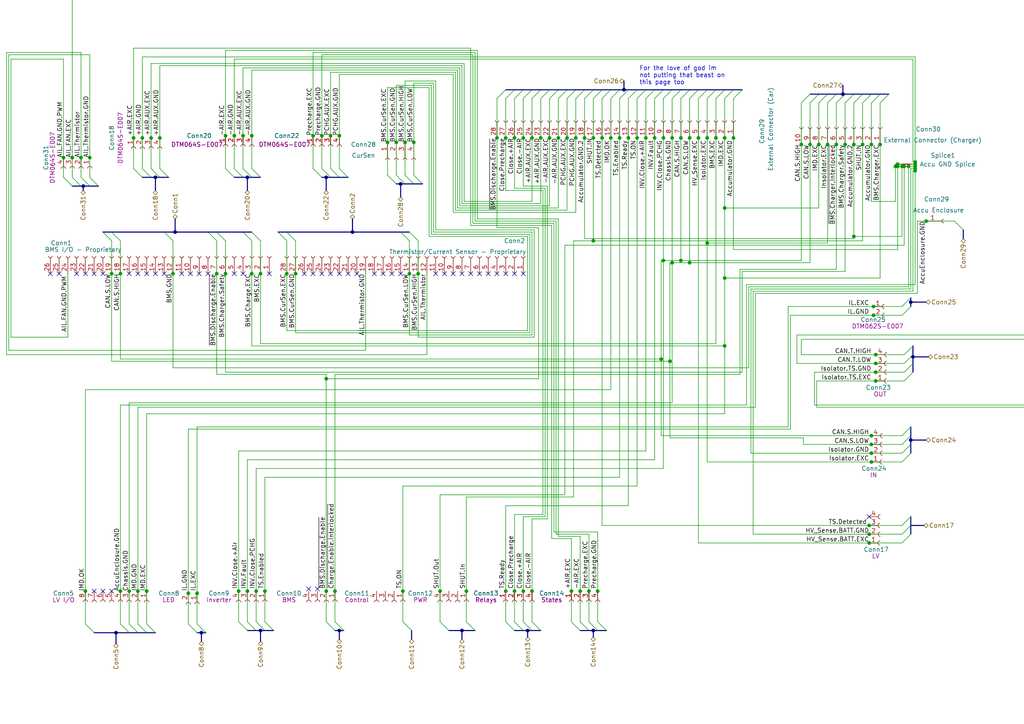
<source format=kicad_sch>
(kicad_sch (version 20230121) (generator eeschema)
  (paper "A4")
  (title_block (title "Accu Loom") (date "2023-11-08") (rev "1.0.0") (company "SUFST") (comment 1 "Stag X") (comment 2 "Marek Frodyma") (comment 4 "24-E04-401"))
  (junction (at 34.925 79.375))
  (junction (at 65.405 39.37))
  (junction (at 151.765 40.005))
  (junction (at 67.945 39.37))
  (junction (at 264.16 127.635))
  (junction (at 43.815 40.005))
  (junction (at 161.925 40.005))
  (junction (at 98.425 39.37))
  (junction (at 169.545 40.005))
  (junction (at 245.11 41.91))
  (junction (at 151.765 171.45))
  (junction (at 58.42 183.515))
  (junction (at 90.805 39.37))
  (junction (at 65.405 79.375))
  (junction (at 179.705 40.005))
  (junction (at 34.925 171.45))
  (junction (at 71.755 51.435))
  (junction (at 252.73 126.365))
  (junction (at 114.935 41.275))
  (junction (at 252.095 154.94))
  (junction (at 102.235 67.31))
  (junction (at 254 107.95))
  (junction (at 192.405 75.565))
  (junction (at 253.365 88.9))
  (junction (at 20.955 45.72))
  (junction (at 262.255 48.26))
  (junction (at 205.105 70.485))
  (junction (at 76.835 171.45))
  (junction (at 62.865 79.375))
  (junction (at 255.27 41.91))
  (junction (at 247.65 68.58))
  (junction (at 200.025 40.005))
  (junction (at 149.225 40.005))
  (junction (at 116.84 171.45))
  (junction (at 85.725 79.375))
  (junction (at 154.305 40.005))
  (junction (at 191.77 104.14))
  (junction (at 265.43 46.99))
  (junction (at 177.165 40.005))
  (junction (at 237.49 41.91))
  (junction (at 259.715 48.26))
  (junction (at 212.725 40.005))
  (junction (at 264.16 87.63))
  (junction (at 94.615 109.855))
  (junction (at 187.325 40.005))
  (junction (at 194.945 40.005))
  (junction (at 94.615 171.45))
  (junction (at 253.365 91.44))
  (junction (at 133.985 182.88))
  (junction (at 69.215 171.45))
  (junction (at 172.085 40.005))
  (junction (at 197.485 75.565))
  (junction (at 50.8 67.31))
  (junction (at 252.73 128.905))
  (junction (at 202.565 40.005))
  (junction (at 207.645 40.005))
  (junction (at 252.73 133.985))
  (junction (at 168.275 171.45))
  (junction (at 252.095 152.4))
  (junction (at 94.615 51.435))
  (junction (at 40.005 171.45))
  (junction (at 154.305 171.45))
  (junction (at 254 102.87))
  (junction (at 118.745 79.375))
  (junction (at 112.395 41.275))
  (junction (at 37.465 171.45))
  (junction (at 95.885 39.37))
  (junction (at 75.565 182.88))
  (junction (at 156.845 40.005))
  (junction (at 200.025 76.2))
  (junction (at 234.95 41.91))
  (junction (at 180.975 26.035))
  (junction (at 174.625 40.005))
  (junction (at 261.62 48.26))
  (junction (at 167.005 40.005))
  (junction (at 250.19 41.91))
  (junction (at 83.185 79.375))
  (junction (at 260.35 48.26))
  (junction (at 144.145 40.005))
  (junction (at 240.03 41.91))
  (junction (at 26.035 45.72))
  (junction (at 172.085 69.85))
  (junction (at 24.765 171.45))
  (junction (at 265.43 47.625))
  (junction (at 254 105.41))
  (junction (at 182.245 40.005))
  (junction (at 146.685 40.005))
  (junction (at 194.31 104.775))
  (junction (at 32.385 79.375))
  (junction (at 159.385 40.005))
  (junction (at 265.43 49.53))
  (junction (at 42.545 171.45))
  (junction (at 232.41 41.91))
  (junction (at 252.095 157.48))
  (junction (at 205.105 40.005))
  (junction (at 57.15 172.085))
  (junction (at 192.405 40.005))
  (junction (at 244.475 27.305))
  (junction (at 263.525 48.26))
  (junction (at 116.205 53.34))
  (junction (at 264.795 103.505))
  (junction (at 254 110.49))
  (junction (at 33.655 183.515))
  (junction (at 46.355 40.005))
  (junction (at 260.35 47.625))
  (junction (at 121.285 79.375))
  (junction (at 70.485 39.37))
  (junction (at 210.185 40.005))
  (junction (at 23.495 45.72))
  (junction (at 173.355 171.45))
  (junction (at 242.57 41.91))
  (junction (at 73.025 79.375))
  (junction (at 252.73 131.445))
  (junction (at 268.605 64.135))
  (junction (at 265.43 48.895))
  (junction (at 172.085 182.88))
  (junction (at 170.815 171.45))
  (junction (at 98.425 182.88))
  (junction (at 73.025 39.37))
  (junction (at 18.415 45.72))
  (junction (at 210.185 100.33))
  (junction (at 194.945 76.2))
  (junction (at 165.735 171.45))
  (junction (at 146.685 171.45))
  (junction (at 45.085 51.435))
  (junction (at 120.015 41.275))
  (junction (at 93.345 39.37))
  (junction (at 127.635 171.45))
  (junction (at 75.565 79.375))
  (junction (at 210.185 60.325))
  (junction (at 265.43 48.26))
  (junction (at 164.465 40.005))
  (junction (at 71.755 171.45))
  (junction (at 50.165 79.375))
  (junction (at 54.61 172.085))
  (junction (at 149.225 171.45))
  (junction (at 153.035 182.88))
  (junction (at 197.485 40.005))
  (junction (at 184.785 40.005))
  (junction (at 210.185 80.645))
  (junction (at 38.735 40.005))
  (junction (at 74.295 171.45))
  (junction (at 189.865 40.005))
  (junction (at 41.275 40.005))
  (junction (at 117.475 41.275))
  (junction (at 135.255 171.45))
  (junction (at 97.155 171.45))
  (junction (at 252.73 41.91))
  (junction (at 24.13 53.975))
  (junction (at 247.65 41.91))
  (no_connect (at 29.845 171.45))
  (no_connect (at 60.325 79.375))
  (no_connect (at 17.145 79.375))
  (no_connect (at 149.225 79.375))
  (no_connect (at 139.065 79.375))
  (no_connect (at 47.625 79.375))
  (no_connect (at 42.545 79.375))
  (no_connect (at 126.365 79.375))
  (no_connect (at 57.785 79.375))
  (no_connect (at 108.585 79.375))
  (no_connect (at 131.445 79.375))
  (no_connect (at 92.075 170.815))
  (no_connect (at 133.985 79.375))
  (no_connect (at 78.105 79.375))
  (no_connect (at 55.245 79.375))
  (no_connect (at 128.905 79.375))
  (no_connect (at 93.345 79.375))
  (no_connect (at 27.305 171.45))
  (no_connect (at 100.965 79.375))
  (no_connect (at 103.505 79.375))
  (no_connect (at 136.525 79.375))
  (no_connect (at 52.705 79.375))
  (no_connect (at 252.095 149.86))
  (no_connect (at 70.485 79.375))
  (no_connect (at 37.465 79.375))
  (no_connect (at 14.605 79.375))
  (no_connect (at 22.225 79.375))
  (no_connect (at 67.945 79.375))
  (no_connect (at 146.685 79.375))
  (no_connect (at 90.805 79.375))
  (no_connect (at 116.205 79.375))
  (no_connect (at 89.535 170.815))
  (no_connect (at 113.665 79.375))
  (no_connect (at 45.085 79.375))
  (no_connect (at 27.305 79.375))
  (no_connect (at 95.885 79.375))
  (no_connect (at 111.125 79.375))
  (no_connect (at 141.605 79.375))
  (no_connect (at 98.425 79.375))
  (no_connect (at 29.845 79.375))
  (no_connect (at 24.765 79.375))
  (no_connect (at 151.765 79.375))
  (no_connect (at 88.265 79.375))
  (no_connect (at 144.145 79.375))
  (no_connect (at 40.005 79.375))
  (no_connect (at 32.385 171.45))
  (bus_entry (at 34.925 69.85) (size -2.54 -2.54))
  (bus_entry (at 144.145 28.575) (size 2.54 -2.54))
  (bus_entry (at 197.485 28.575) (size 2.54 -2.54))
  (bus_entry (at 261.62 152.4) (size 2.54 -2.54))
  (bus_entry (at 242.57 29.845) (size 2.54 -2.54))
  (bus_entry (at 261.62 91.44) (size 2.54 -2.54))
  (bus_entry (at 67.945 48.895) (size 2.54 2.54))
  (bus_entry (at 43.815 48.895) (size 2.54 2.54))
  (bus_entry (at 98.425 48.895) (size 2.54 2.54))
  (bus_entry (at 189.865 28.575) (size 2.54 -2.54))
  (bus_entry (at 23.495 51.435) (size 2.54 2.54))
  (bus_entry (at 112.395 50.8) (size 2.54 2.54))
  (bus_entry (at 247.65 29.845) (size 2.54 -2.54))
  (bus_entry (at 71.755 180.34) (size 2.54 2.54))
  (bus_entry (at 37.465 180.975) (size 2.54 2.54))
  (bus_entry (at 262.255 102.87) (size 2.54 -2.54))
  (bus_entry (at 159.385 28.575) (size 2.54 -2.54))
  (bus_entry (at 97.155 180.34) (size 2.54 2.54))
  (bus_entry (at 172.085 28.575) (size 2.54 -2.54))
  (bus_entry (at 65.405 48.895) (size 2.54 2.54))
  (bus_entry (at 154.305 180.34) (size 2.54 2.54))
  (bus_entry (at 261.62 131.445) (size 2.54 -2.54))
  (bus_entry (at 83.185 69.85) (size -2.54 -2.54))
  (bus_entry (at 184.785 28.575) (size 2.54 -2.54))
  (bus_entry (at 276.86 64.135) (size 2.54 2.54))
  (bus_entry (at 135.255 180.34) (size 2.54 2.54))
  (bus_entry (at 70.485 48.895) (size 2.54 2.54))
  (bus_entry (at 18.415 51.435) (size 2.54 2.54))
  (bus_entry (at 75.565 69.85) (size -2.54 -2.54))
  (bus_entry (at 120.015 50.8) (size 2.54 2.54))
  (bus_entry (at 62.865 69.85) (size -2.54 -2.54))
  (bus_entry (at 262.255 105.41) (size 2.54 -2.54))
  (bus_entry (at 205.105 28.575) (size 2.54 -2.54))
  (bus_entry (at 32.385 69.85) (size -2.54 -2.54))
  (bus_entry (at 34.925 180.975) (size 2.54 2.54))
  (bus_entry (at 240.03 29.845) (size 2.54 -2.54))
  (bus_entry (at 118.745 69.85) (size -2.54 -2.54))
  (bus_entry (at 54.61 180.975) (size 2.54 2.54))
  (bus_entry (at 73.025 48.895) (size 2.54 2.54))
  (bus_entry (at 194.945 28.575) (size 2.54 -2.54))
  (bus_entry (at 95.885 48.895) (size 2.54 2.54))
  (bus_entry (at 38.735 48.895) (size 2.54 2.54))
  (bus_entry (at 42.545 180.975) (size 2.54 2.54))
  (bus_entry (at 261.62 88.9) (size 2.54 -2.54))
  (bus_entry (at 182.245 28.575) (size 2.54 -2.54))
  (bus_entry (at 154.305 28.575) (size 2.54 -2.54))
  (bus_entry (at 165.735 180.34) (size 2.54 2.54))
  (bus_entry (at 261.62 126.365) (size 2.54 -2.54))
  (bus_entry (at 149.225 28.575) (size 2.54 -2.54))
  (bus_entry (at 151.765 28.575) (size 2.54 -2.54))
  (bus_entry (at 93.345 48.895) (size 2.54 2.54))
  (bus_entry (at 149.225 180.34) (size 2.54 2.54))
  (bus_entry (at 207.645 28.575) (size 2.54 -2.54))
  (bus_entry (at 210.185 28.575) (size 2.54 -2.54))
  (bus_entry (at 173.355 180.34) (size 2.54 2.54))
  (bus_entry (at 151.765 180.34) (size 2.54 2.54))
  (bus_entry (at 261.62 154.94) (size 2.54 -2.54))
  (bus_entry (at 74.295 180.34) (size 2.54 2.54))
  (bus_entry (at 255.27 29.845) (size 2.54 -2.54))
  (bus_entry (at 174.625 28.575) (size 2.54 -2.54))
  (bus_entry (at 261.62 133.985) (size 2.54 -2.54))
  (bus_entry (at 41.275 48.895) (size 2.54 2.54))
  (bus_entry (at 85.725 69.85) (size -2.54 -2.54))
  (bus_entry (at 26.035 51.435) (size 2.54 2.54))
  (bus_entry (at 146.685 180.34) (size 2.54 2.54))
  (bus_entry (at 200.025 28.575) (size 2.54 -2.54))
  (bus_entry (at 50.165 69.85) (size -2.54 -2.54))
  (bus_entry (at 202.565 28.575) (size 2.54 -2.54))
  (bus_entry (at 261.62 128.905) (size 2.54 -2.54))
  (bus_entry (at 69.215 180.34) (size 2.54 2.54))
  (bus_entry (at 146.685 28.575) (size 2.54 -2.54))
  (bus_entry (at 232.41 29.845) (size 2.54 -2.54))
  (bus_entry (at 167.005 28.575) (size 2.54 -2.54))
  (bus_entry (at 24.765 180.975) (size 2.54 2.54))
  (bus_entry (at 212.725 28.575) (size 2.54 -2.54))
  (bus_entry (at 127.635 180.34) (size 2.54 2.54))
  (bus_entry (at 121.285 69.85) (size -2.54 -2.54))
  (bus_entry (at 250.19 29.845) (size 2.54 -2.54))
  (bus_entry (at 177.165 28.575) (size 2.54 -2.54))
  (bus_entry (at 192.405 28.575) (size 2.54 -2.54))
  (bus_entry (at 187.325 28.575) (size 2.54 -2.54))
  (bus_entry (at 161.925 28.575) (size 2.54 -2.54))
  (bus_entry (at 234.95 29.845) (size 2.54 -2.54))
  (bus_entry (at 76.835 180.34) (size 2.54 2.54))
  (bus_entry (at 179.705 28.575) (size 2.54 -2.54))
  (bus_entry (at 65.405 69.85) (size -2.54 -2.54))
  (bus_entry (at 245.11 29.845) (size 2.54 -2.54))
  (bus_entry (at 156.845 28.575) (size 2.54 -2.54))
  (bus_entry (at 20.955 51.435) (size 2.54 2.54))
  (bus_entry (at 46.355 48.895) (size 2.54 2.54))
  (bus_entry (at 114.935 50.8) (size 2.54 2.54))
  (bus_entry (at 90.805 48.895) (size 2.54 2.54))
  (bus_entry (at 94.615 180.34) (size 2.54 2.54))
  (bus_entry (at 116.84 180.34) (size 2.54 2.54))
  (bus_entry (at 117.475 50.8) (size 2.54 2.54))
  (bus_entry (at 262.255 107.95) (size 2.54 -2.54))
  (bus_entry (at 168.275 180.34) (size 2.54 2.54))
  (bus_entry (at 261.62 157.48) (size 2.54 -2.54))
  (bus_entry (at 237.49 29.845) (size 2.54 -2.54))
  (bus_entry (at 169.545 28.575) (size 2.54 -2.54))
  (bus_entry (at 164.465 28.575) (size 2.54 -2.54))
  (bus_entry (at 170.815 180.34) (size 2.54 2.54))
  (bus_entry (at 73.025 69.85) (size -2.54 -2.54))
  (bus_entry (at 57.15 180.975) (size 2.54 2.54))
  (bus_entry (at 262.255 110.49) (size 2.54 -2.54))
  (bus_entry (at 252.73 29.845) (size 2.54 -2.54))
  (bus_entry (at 40.005 180.975) (size 2.54 2.54))
  (wire (pts (xy 247.65 68.58) (xy 247.65 69.215)))
  (wire (pts (xy 149.225 54.61) (xy 158.115 54.61)))
  (wire (pts (xy 212.725 40.005) (xy 212.725 72.39)))
  (wire (pts (xy 132.08 60.96) (xy 164.465 60.96)))
  (wire (pts (xy 259.715 48.26) (xy 260.35 48.26)))
  (bus (pts (xy 192.405 26.035) (xy 194.945 26.035)))
  (wire (pts (xy 237.49 29.845) (xy 237.49 41.91)))
  (bus (pts (xy 47.625 67.31) (xy 50.8 67.31)))
  (bus (pts (xy 93.345 51.435) (xy 94.615 51.435)))
  (wire (pts (xy 95.885 20.955) (xy 132.08 20.955)))
  (bus (pts (xy 33.655 183.515) (xy 37.465 183.515)))
  (wire (pts (xy 264.795 17.145) (xy 264.795 46.99)))
  (wire (pts (xy 135.255 171.45) (xy 135.255 180.34)))
  (wire (pts (xy 118.745 97.155) (xy 154.305 97.155)))
  (wire (pts (xy 200.025 28.575) (xy 200.025 40.005)))
  (wire (pts (xy 114.935 24.765) (xy 114.935 41.275)))
  (wire (pts (xy 57.15 123.825) (xy 57.15 172.085)))
  (bus (pts (xy 26.035 53.975) (xy 28.575 53.975)))
  (bus (pts (xy 58.42 183.515) (xy 59.69 183.515)))
  (wire (pts (xy 20.955 -8.89) (xy 20.955 45.72)))
  (wire (pts (xy 228.6 123.825) (xy 57.15 123.825)))
  (wire (pts (xy 23.495 45.72) (xy 23.495 51.435)))
  (bus (pts (xy 247.65 27.305) (xy 250.19 27.305)))
  (bus (pts (xy 264.16 126.365) (xy 264.16 127.635)))
  (wire (pts (xy 245.11 41.91) (xy 245.11 78.74)))
  (wire (pts (xy 151.765 53.975) (xy 151.765 40.005)))
  (bus (pts (xy 264.16 86.36) (xy 264.16 87.63)))
  (wire (pts (xy 169.545 40.005) (xy 169.545 69.215)))
  (wire (pts (xy 158.75 150.495) (xy 158.75 53.975)))
  (wire (pts (xy 154.305 150.495) (xy 154.305 171.45)))
  (bus (pts (xy 74.295 182.88) (xy 75.565 182.88)))
  (wire (pts (xy 265.43 46.99) (xy 265.43 47.625)))
  (bus (pts (xy 172.085 26.035) (xy 174.625 26.035)))
  (bus (pts (xy 71.755 51.435) (xy 71.755 55.245)))
  (bus (pts (xy 32.385 67.31) (xy 47.625 67.31)))
  (wire (pts (xy 231.14 105.41) (xy 254 105.41)))
  (wire (pts (xy 123.825 79.375) (xy 123.825 102.87)))
  (wire (pts (xy 232.41 29.845) (xy 232.41 41.91)))
  (wire (pts (xy 192.405 40.005) (xy 192.405 75.565)))
  (wire (pts (xy 154.94 66.675) (xy 126.365 66.675)))
  (wire (pts (xy 20.955 45.72) (xy 20.955 51.435)))
  (wire (pts (xy 259.715 47.625) (xy 260.35 47.625)))
  (wire (pts (xy 218.44 154.94) (xy 252.095 154.94)))
  (wire (pts (xy 234.95 41.91) (xy 234.95 76.2)))
  (wire (pts (xy 200.025 40.005) (xy 200.025 76.2)))
  (wire (pts (xy 233.045 128.905) (xy 252.73 128.905)))
  (wire (pts (xy 191.77 126.365) (xy 252.73 126.365)))
  (wire (pts (xy 232.41 41.91) (xy 232.41 75.565)))
  (wire (pts (xy 69.215 171.45) (xy 69.215 180.34)))
  (wire (pts (xy 117.475 41.275) (xy 117.475 50.8)))
  (wire (pts (xy 212.725 72.39) (xy 260.35 72.39)))
  (wire (pts (xy 121.285 97.79) (xy 154.94 97.79)))
  (wire (pts (xy 76.835 171.45) (xy 76.835 180.34)))
  (wire (pts (xy 177.165 40.005) (xy 177.165 113.03)))
  (wire (pts (xy 156.845 40.005) (xy 156.845 59.055)))
  (wire (pts (xy 132.715 60.325) (xy 161.925 60.325)))
  (wire (pts (xy 75.565 79.375) (xy 75.565 99.695)))
  (bus (pts (xy 164.465 26.035) (xy 167.005 26.035)))
  (wire (pts (xy 231.14 105.41) (xy 231.14 97.155)))
  (wire (pts (xy 98.425 21.59) (xy 98.425 39.37)))
  (wire (pts (xy 37.465 116.84) (xy 37.465 171.45)))
  (bus (pts (xy 130.175 182.88) (xy 133.985 182.88)))
  (wire (pts (xy 137.16 64.77) (xy 137.16 15.875)))
  (wire (pts (xy 167.005 61.595) (xy 167.005 40.005)))
  (wire (pts (xy 173.355 154.305) (xy 173.355 171.45)))
  (wire (pts (xy 57.15 172.085) (xy 57.15 180.975)))
  (wire (pts (xy 146.685 171.45) (xy 146.685 180.34)))
  (wire (pts (xy 137.795 64.135) (xy 137.795 15.24)))
  (bus (pts (xy 83.185 67.31) (xy 102.235 67.31)))
  (wire (pts (xy 34.925 79.375) (xy 34.925 69.85)))
  (wire (pts (xy 236.855 118.11) (xy 299.72 118.11)))
  (wire (pts (xy 18.415 17.145) (xy 18.415 45.72)))
  (wire (pts (xy 149.225 149.225) (xy 157.48 149.225)))
  (wire (pts (xy 151.765 171.45) (xy 151.765 180.34)))
  (wire (pts (xy 194.31 127) (xy 233.045 127)))
  (bus (pts (xy 156.845 26.035) (xy 159.385 26.035)))
  (wire (pts (xy 73.025 79.375) (xy 73.025 100.33)))
  (wire (pts (xy 164.465 60.96) (xy 164.465 40.005)))
  (wire (pts (xy 95.885 20.955) (xy 95.885 39.37)))
  (wire (pts (xy 65.405 39.37) (xy 65.405 48.895)))
  (bus (pts (xy 244.475 27.305) (xy 245.11 27.305)))
  (wire (pts (xy 182.245 28.575) (xy 182.245 40.005)))
  (wire (pts (xy 136.525 13.97) (xy 38.735 13.97)))
  (wire (pts (xy 133.35 19.685) (xy 133.35 59.69)))
  (wire (pts (xy 2.54 15.875) (xy 26.035 15.875)))
  (bus (pts (xy 119.38 182.88) (xy 119.38 185.42)))
  (bus (pts (xy 133.985 182.88) (xy 133.985 185.42)))
  (bus (pts (xy 42.545 183.515) (xy 45.085 183.515)))
  (wire (pts (xy 157.48 149.225) (xy 157.48 55.245)))
  (wire (pts (xy 132.08 20.955) (xy 132.08 60.96)))
  (wire (pts (xy 231.14 97.155) (xy 299.085 97.155)))
  (wire (pts (xy 37.465 116.84) (xy 194.945 116.84)))
  (wire (pts (xy 252.73 58.42) (xy 259.715 58.42)))
  (wire (pts (xy 217.805 131.445) (xy 252.73 131.445)))
  (wire (pts (xy 252.73 131.445) (xy 261.62 131.445)))
  (bus (pts (xy 179.705 26.035) (xy 180.975 26.035)))
  (wire (pts (xy 172.085 40.005) (xy 172.085 69.85)))
  (bus (pts (xy 264.16 87.63) (xy 264.16 88.9)))
  (wire (pts (xy 42.545 120.015) (xy 210.185 120.015)))
  (wire (pts (xy 38.735 13.97) (xy 38.735 40.005)))
  (wire (pts (xy 125.095 67.945) (xy 125.095 24.765)))
  (bus (pts (xy 264.16 87.63) (xy 268.605 87.63)))
  (wire (pts (xy 263.525 48.26) (xy 265.43 48.26)))
  (bus (pts (xy 153.035 182.88) (xy 154.305 182.88)))
  (wire (pts (xy 210.185 40.005) (xy 210.185 60.325)))
  (bus (pts (xy 264.16 149.86) (xy 264.16 152.4)))
  (bus (pts (xy 24.13 53.975) (xy 24.13 55.245)))
  (wire (pts (xy 127.635 143.51) (xy 127.635 171.45)))
  (wire (pts (xy 205.105 28.575) (xy 205.105 40.005)))
  (wire (pts (xy 174.625 152.4) (xy 252.095 152.4)))
  (wire (pts (xy 158.115 149.86) (xy 151.765 149.86)))
  (wire (pts (xy 202.565 40.005) (xy 202.565 157.48)))
  (wire (pts (xy 237.49 60.325) (xy 237.49 41.91)))
  (wire (pts (xy 255.27 80.645) (xy 255.27 41.91)))
  (bus (pts (xy 237.49 27.305) (xy 240.03 27.305)))
  (bus (pts (xy 169.545 26.035) (xy 172.085 26.035)))
  (bus (pts (xy 180.975 26.035) (xy 180.975 23.495)))
  (wire (pts (xy 149.225 28.575) (xy 149.225 40.005)))
  (wire (pts (xy 118.745 79.375) (xy 118.745 69.85)))
  (bus (pts (xy 264.16 152.4) (xy 264.16 154.94)))
  (wire (pts (xy 250.19 69.85) (xy 172.085 69.85)))
  (bus (pts (xy 71.755 51.435) (xy 73.025 51.435)))
  (wire (pts (xy 135.255 144.145) (xy 135.255 171.45)))
  (wire (pts (xy 265.43 48.26) (xy 265.43 48.895)))
  (wire (pts (xy 219.075 118.11) (xy 219.075 85.09)))
  (wire (pts (xy 94.615 109.855) (xy 156.21 109.855)))
  (wire (pts (xy 172.085 28.575) (xy 172.085 40.005)))
  (wire (pts (xy 252.095 154.94) (xy 261.62 154.94)))
  (wire (pts (xy 179.705 40.005) (xy 179.705 138.43)))
  (wire (pts (xy 34.925 104.14) (xy 34.925 79.375)))
  (wire (pts (xy 69.215 130.81) (xy 69.215 171.45)))
  (bus (pts (xy 187.325 26.035) (xy 189.865 26.035)))
  (wire (pts (xy 159.385 59.69) (xy 159.385 40.005)))
  (wire (pts (xy 154.305 67.31) (xy 125.73 67.31)))
  (bus (pts (xy 250.19 27.305) (xy 252.73 27.305)))
  (wire (pts (xy 151.765 149.86) (xy 151.765 171.45)))
  (wire (pts (xy 236.855 110.49) (xy 254 110.49)))
  (wire (pts (xy 219.075 85.09) (xy 266.065 85.09)))
  (wire (pts (xy 127.635 143.51) (xy 163.83 143.51)))
  (wire (pts (xy 247.65 29.845) (xy 247.65 41.91)))
  (wire (pts (xy 94.615 109.855) (xy 94.615 171.45)))
  (wire (pts (xy 217.17 106.68) (xy 217.17 83.185)))
  (wire (pts (xy 232.41 98.425) (xy 299.085 98.425)))
  (bus (pts (xy 264.795 105.41) (xy 264.795 107.95)))
  (wire (pts (xy 19.685 79.375) (xy 19.685 97.79)))
  (wire (pts (xy 54.61 124.46) (xy 229.235 124.46)))
  (wire (pts (xy 73.025 100.33) (xy 210.185 100.33)))
  (wire (pts (xy 165.735 171.45) (xy 165.735 180.34)))
  (wire (pts (xy 133.35 59.69) (xy 159.385 59.69)))
  (wire (pts (xy 94.615 108.585) (xy 94.615 109.855)))
  (wire (pts (xy 253.365 91.44) (xy 261.62 91.44)))
  (wire (pts (xy 133.985 59.055) (xy 133.985 19.05)))
  (wire (pts (xy 215.265 78.74) (xy 215.265 107.95)))
  (bus (pts (xy 43.815 51.435) (xy 45.085 51.435)))
  (wire (pts (xy 42.545 120.015) (xy 42.545 171.45)))
  (bus (pts (xy 194.945 26.035) (xy 197.485 26.035)))
  (wire (pts (xy 158.115 54.61) (xy 158.115 149.86)))
  (bus (pts (xy 170.815 182.88) (xy 172.085 182.88)))
  (bus (pts (xy 98.425 51.435) (xy 100.965 51.435)))
  (wire (pts (xy 161.925 63.5) (xy 161.925 155.575)))
  (wire (pts (xy 264.795 46.99) (xy 265.43 46.99)))
  (wire (pts (xy 146.685 146.685) (xy 146.685 171.45)))
  (wire (pts (xy 252.73 126.365) (xy 261.62 126.365)))
  (bus (pts (xy 154.305 26.035) (xy 156.845 26.035)))
  (bus (pts (xy 71.755 182.88) (xy 74.295 182.88)))
  (bus (pts (xy 76.835 182.88) (xy 79.375 182.88)))
  (wire (pts (xy 163.83 71.12) (xy 262.255 71.12)))
  (wire (pts (xy 54.61 124.46) (xy 54.61 172.085)))
  (bus (pts (xy 24.13 53.975) (xy 26.035 53.975)))
  (wire (pts (xy 252.73 41.91) (xy 252.73 58.42)))
  (wire (pts (xy 173.355 154.305) (xy 160.655 154.305)))
  (wire (pts (xy 124.46 25.4) (xy 124.46 68.58)))
  (wire (pts (xy 151.765 28.575) (xy 151.765 40.005)))
  (wire (pts (xy 65.405 14.605) (xy 65.405 39.37)))
  (wire (pts (xy 252.095 157.48) (xy 261.62 157.48)))
  (wire (pts (xy 85.725 79.375) (xy 85.725 96.52)))
  (wire (pts (xy 252.73 133.985) (xy 261.62 133.985)))
  (wire (pts (xy 138.43 14.605) (xy 65.405 14.605)))
  (wire (pts (xy 37.465 171.45) (xy 37.465 180.975)))
  (bus (pts (xy 252.73 27.305) (xy 255.27 27.305)))
  (wire (pts (xy 43.815 18.415) (xy 43.815 40.005)))
  (wire (pts (xy 212.725 28.575) (xy 212.725 40.005)))
  (bus (pts (xy 244.475 27.305) (xy 244.475 24.765)))
  (wire (pts (xy 216.535 82.55) (xy 265.43 82.55)))
  (bus (pts (xy 202.565 26.035) (xy 205.105 26.035)))
  (bus (pts (xy 200.025 26.035) (xy 202.565 26.035)))
  (bus (pts (xy 116.205 67.31) (xy 118.745 67.31)))
  (wire (pts (xy 40.005 171.45) (xy 40.005 180.975)))
  (bus (pts (xy 94.615 51.435) (xy 95.885 51.435)))
  (bus (pts (xy 205.105 26.035) (xy 207.645 26.035)))
  (wire (pts (xy 210.185 120.015) (xy 210.185 100.33)))
  (bus (pts (xy 50.8 67.31) (xy 60.325 67.31)))
  (wire (pts (xy 163.83 143.51) (xy 163.83 71.12)))
  (wire (pts (xy 242.57 78.105) (xy 214.63 78.105)))
  (wire (pts (xy 97.155 108.585) (xy 214.63 108.585)))
  (wire (pts (xy 217.805 131.445) (xy 217.805 83.82)))
  (wire (pts (xy 170.815 154.94) (xy 170.815 171.45)))
  (bus (pts (xy 184.785 26.035) (xy 187.325 26.035)))
  (wire (pts (xy 23.495 15.24) (xy 23.495 45.72)))
  (wire (pts (xy 236.22 117.475) (xy 299.72 117.475)))
  (bus (pts (xy 102.235 67.31) (xy 102.235 63.5)))
  (wire (pts (xy 247.65 68.58) (xy 261.62 68.58)))
  (wire (pts (xy 161.925 60.325) (xy 161.925 40.005)))
  (wire (pts (xy 73.025 39.37) (xy 73.025 48.895)))
  (wire (pts (xy 165.735 156.21) (xy 165.735 171.45)))
  (wire (pts (xy 133.985 19.05) (xy 46.355 19.05)))
  (wire (pts (xy 94.615 171.45) (xy 94.615 180.34)))
  (wire (pts (xy 2.54 101.6) (xy 2.54 15.875)))
  (wire (pts (xy 264.795 84.455) (xy 264.795 49.53)))
  (wire (pts (xy 242.57 29.845) (xy 242.57 41.91)))
  (wire (pts (xy 154.305 97.155) (xy 154.305 67.31)))
  (wire (pts (xy 264.795 49.53) (xy 265.43 49.53)))
  (bus (pts (xy 67.945 51.435) (xy 70.485 51.435)))
  (bus (pts (xy 70.485 67.31) (xy 73.025 67.31)))
  (wire (pts (xy 3.175 97.79) (xy 3.175 17.145)))
  (bus (pts (xy 133.985 182.88) (xy 137.795 182.88)))
  (wire (pts (xy 268.605 64.135) (xy 276.86 64.135)))
  (wire (pts (xy 73.025 20.32) (xy 73.025 39.37)))
  (wire (pts (xy 98.425 39.37) (xy 98.425 48.895)))
  (wire (pts (xy 187.325 40.005) (xy 187.325 130.81)))
  (wire (pts (xy 41.275 16.51) (xy 41.275 40.005)))
  (wire (pts (xy 194.945 76.2) (xy 194.31 76.2)))
  (wire (pts (xy 234.95 29.845) (xy 234.95 41.91)))
  (bus (pts (xy 73.025 51.435) (xy 75.565 51.435)))
  (wire (pts (xy 85.725 79.375) (xy 85.725 69.85)))
  (wire (pts (xy 40.005 118.11) (xy 219.075 118.11)))
  (bus (pts (xy 23.495 53.975) (xy 24.13 53.975)))
  (wire (pts (xy 26.035 45.72) (xy 26.035 51.435)))
  (wire (pts (xy 34.925 171.45) (xy 34.925 180.975)))
  (wire (pts (xy 153.035 68.58) (xy 124.46 68.58)))
  (bus (pts (xy 197.485 26.035) (xy 200.025 26.035)))
  (wire (pts (xy 146.685 146.685) (xy 182.245 146.685)))
  (bus (pts (xy 279.4 66.675) (xy 279.4 69.215)))
  (wire (pts (xy 131.445 61.595) (xy 167.005 61.595)))
  (wire (pts (xy 136.525 13.97) (xy 136.525 65.405)))
  (wire (pts (xy 138.43 14.605) (xy 138.43 63.5)))
  (wire (pts (xy 112.395 41.275) (xy 112.395 50.8)))
  (wire (pts (xy 93.345 15.875) (xy 93.345 39.37)))
  (bus (pts (xy 95.885 51.435) (xy 98.425 51.435)))
  (bus (pts (xy 98.425 182.88) (xy 98.425 185.42)))
  (wire (pts (xy 125.73 67.31) (xy 125.73 24.13)))
  (wire (pts (xy 70.485 19.685) (xy 133.35 19.685)))
  (wire (pts (xy 154.305 40.005) (xy 154.305 58.42)))
  (wire (pts (xy 165.735 156.21) (xy 160.02 156.21)))
  (wire (pts (xy 153.67 67.945) (xy 125.095 67.945)))
  (wire (pts (xy 184.785 28.575) (xy 184.785 40.005)))
  (wire (pts (xy 74.295 135.89) (xy 74.295 171.45)))
  (wire (pts (xy 266.065 85.09) (xy 266.065 64.135)))
  (wire (pts (xy 137.795 15.24) (xy 90.805 15.24)))
  (bus (pts (xy 240.03 27.305) (xy 242.57 27.305)))
  (wire (pts (xy 189.865 28.575) (xy 189.865 40.005)))
  (wire (pts (xy 260.35 48.26) (xy 261.62 48.26)))
  (bus (pts (xy 98.425 182.88) (xy 99.695 182.88)))
  (wire (pts (xy 43.815 40.005) (xy 43.815 48.895)))
  (wire (pts (xy 210.185 100.33) (xy 210.185 80.645)))
  (wire (pts (xy 62.865 108.585) (xy 62.865 79.375)))
  (wire (pts (xy 261.62 48.26) (xy 262.255 48.26)))
  (wire (pts (xy 156.845 28.575) (xy 156.845 40.005)))
  (wire (pts (xy 32.385 104.775) (xy 32.385 79.375)))
  (bus (pts (xy 264.16 152.4) (xy 267.97 152.4)))
  (bus (pts (xy 27.305 183.515) (xy 33.655 183.515)))
  (bus (pts (xy 116.205 53.34) (xy 117.475 53.34)))
  (wire (pts (xy 131.445 21.59) (xy 131.445 61.595)))
  (wire (pts (xy 118.745 79.375) (xy 118.745 97.155)))
  (wire (pts (xy 126.365 66.675) (xy 126.365 23.495)))
  (wire (pts (xy 169.545 28.575) (xy 169.545 40.005)))
  (wire (pts (xy 262.255 48.26) (xy 263.525 48.26)))
  (wire (pts (xy 233.045 127) (xy 233.045 128.905)))
  (bus (pts (xy 80.645 67.31) (xy 83.185 67.31)))
  (wire (pts (xy 184.785 40.005) (xy 184.785 140.97)))
  (bus (pts (xy 174.625 26.035) (xy 177.165 26.035)))
  (wire (pts (xy 3.175 17.145) (xy 18.415 17.145)))
  (wire (pts (xy 236.855 110.49) (xy 236.855 118.11)))
  (wire (pts (xy 50.165 79.375) (xy 50.165 106.68)))
  (wire (pts (xy 18.415 45.72) (xy 18.415 51.435)))
  (bus (pts (xy 102.235 67.31) (xy 116.205 67.31)))
  (bus (pts (xy 264.795 100.33) (xy 264.795 102.87)))
  (bus (pts (xy 41.275 51.435) (xy 43.815 51.435)))
  (wire (pts (xy 192.405 75.565) (xy 191.77 75.565)))
  (bus (pts (xy 159.385 26.035) (xy 161.925 26.035)))
  (wire (pts (xy 97.155 108.585) (xy 97.155 171.45)))
  (wire (pts (xy 41.275 40.005) (xy 41.275 48.895)))
  (wire (pts (xy 236.22 107.95) (xy 236.22 117.475)))
  (bus (pts (xy 264.16 123.825) (xy 264.16 126.365)))
  (bus (pts (xy 264.795 103.505) (xy 264.795 105.41)))
  (wire (pts (xy 161.29 64.135) (xy 137.795 64.135)))
  (bus (pts (xy 117.475 53.34) (xy 120.015 53.34)))
  (bus (pts (xy 70.485 51.435) (xy 71.755 51.435)))
  (bus (pts (xy 161.925 26.035) (xy 164.465 26.035)))
  (bus (pts (xy 189.865 26.035) (xy 192.405 26.035)))
  (wire (pts (xy 187.325 28.575) (xy 187.325 40.005)))
  (wire (pts (xy 65.405 79.375) (xy 65.405 107.95)))
  (wire (pts (xy 170.815 154.94) (xy 161.29 154.94)))
  (wire (pts (xy 144.145 28.575) (xy 144.145 40.005)))
  (wire (pts (xy 255.27 29.845) (xy 255.27 41.91)))
  (bus (pts (xy 94.615 51.435) (xy 94.615 55.245)))
  (wire (pts (xy 125.095 24.765) (xy 114.935 24.765)))
  (wire (pts (xy 161.29 154.94) (xy 161.29 64.135)))
  (wire (pts (xy 197.485 28.575) (xy 197.485 40.005)))
  (bus (pts (xy 151.765 182.88) (xy 153.035 182.88)))
  (bus (pts (xy 264.16 127.635) (xy 264.16 128.905)))
  (wire (pts (xy 174.625 28.575) (xy 174.625 40.005)))
  (wire (pts (xy 240.03 29.845) (xy 240.03 41.91)))
  (wire (pts (xy 229.235 91.44) (xy 253.365 91.44)))
  (wire (pts (xy 253.365 88.9) (xy 261.62 88.9)))
  (bus (pts (xy 234.95 27.305) (xy 237.49 27.305)))
  (wire (pts (xy 62.865 79.375) (xy 62.865 69.85)))
  (wire (pts (xy 98.425 21.59) (xy 131.445 21.59)))
  (wire (pts (xy 1.905 102.87) (xy 1.905 15.24)))
  (bus (pts (xy 212.725 26.035) (xy 215.265 26.035)))
  (wire (pts (xy 254 105.41) (xy 262.255 105.41)))
  (wire (pts (xy 149.225 149.225) (xy 149.225 171.45)))
  (wire (pts (xy 247.65 41.91) (xy 247.65 68.58)))
  (wire (pts (xy 154.305 150.495) (xy 158.75 150.495)))
  (wire (pts (xy 191.77 75.565) (xy 191.77 104.14)))
  (wire (pts (xy 217.17 83.185) (xy 263.525 83.185)))
  (bus (pts (xy 182.245 26.035) (xy 184.785 26.035)))
  (wire (pts (xy 207.645 28.575) (xy 207.645 40.005)))
  (wire (pts (xy 228.6 88.9) (xy 253.365 88.9)))
  (wire (pts (xy 137.16 15.875) (xy 93.345 15.875)))
  (wire (pts (xy 191.77 104.14) (xy 191.77 126.365)))
  (wire (pts (xy 262.255 71.12) (xy 262.255 48.26)))
  (wire (pts (xy 34.925 104.14) (xy 191.77 104.14)))
  (wire (pts (xy 74.295 135.89) (xy 192.405 135.89)))
  (bus (pts (xy 154.305 182.88) (xy 156.845 182.88)))
  (bus (pts (xy 45.085 51.435) (xy 45.085 55.245)))
  (wire (pts (xy 146.685 55.245) (xy 146.685 40.005)))
  (wire (pts (xy 76.835 138.43) (xy 76.835 171.45)))
  (wire (pts (xy 179.705 28.575) (xy 179.705 40.005)))
  (wire (pts (xy 146.685 28.575) (xy 146.685 40.005)))
  (wire (pts (xy 67.945 39.37) (xy 67.945 48.895)))
  (wire (pts (xy 240.03 41.91) (xy 240.03 70.485)))
  (bus (pts (xy 245.11 27.305) (xy 247.65 27.305)))
  (wire (pts (xy 153.035 95.885) (xy 153.035 68.58)))
  (wire (pts (xy 156.21 109.855) (xy 156.21 66.04)))
  (wire (pts (xy 67.945 17.145) (xy 67.945 39.37)))
  (wire (pts (xy 228.6 88.9) (xy 228.6 123.825)))
  (wire (pts (xy 83.185 79.375) (xy 83.185 69.85)))
  (wire (pts (xy 73.025 79.375) (xy 73.025 69.85)))
  (wire (pts (xy 160.02 156.21) (xy 160.02 65.405)))
  (wire (pts (xy 75.565 99.695) (xy 207.645 99.695)))
  (wire (pts (xy 168.275 171.45) (xy 168.275 180.34)))
  (bus (pts (xy 255.27 27.305) (xy 257.81 27.305)))
  (wire (pts (xy 229.235 124.46) (xy 229.235 91.44)))
  (wire (pts (xy 24.765 171.45) (xy 24.765 180.975)))
  (wire (pts (xy 207.645 40.005) (xy 207.645 99.695)))
  (wire (pts (xy 144.145 40.005) (xy 144.145 66.04)))
  (wire (pts (xy 242.57 41.91) (xy 242.57 78.105)))
  (bus (pts (xy 29.845 67.31) (xy 32.385 67.31)))
  (wire (pts (xy 245.11 78.74) (xy 215.265 78.74)))
  (wire (pts (xy 154.94 97.79) (xy 154.94 66.675)))
  (wire (pts (xy 164.465 28.575) (xy 164.465 40.005)))
  (wire (pts (xy 73.025 20.32) (xy 132.715 20.32)))
  (wire (pts (xy 85.725 96.52) (xy 153.67 96.52)))
  (wire (pts (xy 161.925 28.575) (xy 161.925 40.005)))
  (wire (pts (xy 250.19 41.91) (xy 250.19 69.85)))
  (wire (pts (xy 264.16 48.895) (xy 265.43 48.895)))
  (wire (pts (xy 134.62 58.42) (xy 154.305 58.42)))
  (wire (pts (xy 46.355 40.005) (xy 46.355 48.895)))
  (bus (pts (xy 172.085 182.88) (xy 173.355 182.88)))
  (wire (pts (xy 121.285 79.375) (xy 121.285 69.85)))
  (bus (pts (xy 168.275 182.88) (xy 170.815 182.88)))
  (wire (pts (xy 236.22 107.95) (xy 254 107.95)))
  (wire (pts (xy 32.385 79.375) (xy 32.385 69.85)))
  (wire (pts (xy 149.225 171.45) (xy 149.225 180.34)))
  (wire (pts (xy 189.865 40.005) (xy 189.865 133.35)))
  (wire (pts (xy 254 102.87) (xy 262.255 102.87)))
  (bus (pts (xy 37.465 183.515) (xy 40.005 183.515)))
  (bus (pts (xy 167.005 26.035) (xy 169.545 26.035)))
  (wire (pts (xy 75.565 79.375) (xy 75.565 69.85)))
  (bus (pts (xy 20.955 53.975) (xy 23.495 53.975)))
  (wire (pts (xy 250.19 29.845) (xy 250.19 41.91)))
  (bus (pts (xy 116.205 53.34) (xy 116.205 57.15)))
  (wire (pts (xy 95.885 39.37) (xy 95.885 48.895)))
  (bus (pts (xy 146.685 26.035) (xy 149.225 26.035)))
  (wire (pts (xy 174.625 40.005) (xy 174.625 152.4)))
  (wire (pts (xy 156.21 66.04) (xy 144.145 66.04)))
  (wire (pts (xy 94.615 108.585) (xy 62.865 108.585)))
  (wire (pts (xy 19.685 97.79) (xy 3.175 97.79)))
  (wire (pts (xy 218.44 84.455) (xy 264.795 84.455)))
  (bus (pts (xy 264.795 102.87) (xy 264.795 103.505)))
  (wire (pts (xy 116.84 171.45) (xy 116.84 180.34)))
  (wire (pts (xy 90.805 15.24) (xy 90.805 39.37)))
  (wire (pts (xy 70.485 39.37) (xy 70.485 48.895)))
  (wire (pts (xy 252.095 152.4) (xy 261.62 152.4)))
  (wire (pts (xy 260.35 48.26) (xy 260.35 47.625)))
  (wire (pts (xy 156.845 59.055) (xy 133.985 59.055)))
  (wire (pts (xy 168.275 155.575) (xy 168.275 171.45)))
  (wire (pts (xy 120.015 24.13) (xy 120.015 41.275)))
  (bus (pts (xy 151.765 26.035) (xy 154.305 26.035)))
  (wire (pts (xy 135.255 144.145) (xy 166.37 144.145)))
  (bus (pts (xy 57.15 183.515) (xy 58.42 183.515)))
  (wire (pts (xy 161.925 63.5) (xy 138.43 63.5)))
  (bus (pts (xy 264.16 127.635) (xy 268.605 127.635)))
  (wire (pts (xy 83.185 79.375) (xy 83.185 95.885)))
  (wire (pts (xy 40.005 118.11) (xy 40.005 171.45)))
  (wire (pts (xy 71.755 171.45) (xy 71.755 180.34)))
  (wire (pts (xy 254 107.95) (xy 262.255 107.95)))
  (wire (pts (xy 265.43 47.625) (xy 265.43 48.26)))
  (wire (pts (xy 167.005 28.575) (xy 167.005 40.005)))
  (wire (pts (xy 114.935 41.275) (xy 114.935 50.8)))
  (wire (pts (xy 159.385 28.575) (xy 159.385 40.005)))
  (wire (pts (xy 265.43 48.895) (xy 265.43 49.53)))
  (wire (pts (xy 134.62 18.415) (xy 134.62 58.42)))
  (wire (pts (xy 46.355 19.05) (xy 46.355 40.005)))
  (bus (pts (xy 46.355 51.435) (xy 48.895 51.435)))
  (wire (pts (xy 106.045 79.375) (xy 106.045 101.6)))
  (wire (pts (xy 112.395 25.4) (xy 124.46 25.4)))
  (wire (pts (xy 34.925 117.475) (xy 34.925 171.45)))
  (bus (pts (xy 120.015 53.34) (xy 122.555 53.34)))
  (wire (pts (xy 232.41 102.87) (xy 254 102.87)))
  (wire (pts (xy 158.75 53.975) (xy 151.765 53.975)))
  (wire (pts (xy 205.105 133.985) (xy 252.73 133.985)))
  (wire (pts (xy 154.305 171.45) (xy 154.305 180.34)))
  (bus (pts (xy 173.355 182.88) (xy 175.895 182.88)))
  (wire (pts (xy 160.655 154.305) (xy 160.655 64.77)))
  (wire (pts (xy 1.905 102.87) (xy 123.825 102.87)))
  (wire (pts (xy 263.525 48.26) (xy 263.525 83.185)))
  (wire (pts (xy 194.945 76.2) (xy 194.945 116.84)))
  (wire (pts (xy 65.405 79.375) (xy 65.405 69.85)))
  (wire (pts (xy 182.245 40.005) (xy 182.245 146.685)))
  (wire (pts (xy 240.03 70.485) (xy 205.105 70.485)))
  (wire (pts (xy 97.155 171.45) (xy 97.155 180.34)))
  (wire (pts (xy 166.37 69.85) (xy 166.37 144.145)))
  (wire (pts (xy 168.275 155.575) (xy 161.925 155.575)))
  (wire (pts (xy 160.02 65.405) (xy 136.525 65.405)))
  (wire (pts (xy 264.16 83.82) (xy 264.16 48.895)))
  (bus (pts (xy 264.16 128.905) (xy 264.16 131.445)))
  (wire (pts (xy 252.73 128.905) (xy 261.62 128.905)))
  (bus (pts (xy 33.655 183.515) (xy 33.655 186.69)))
  (bus (pts (xy 172.085 182.88) (xy 172.085 184.785)))
  (wire (pts (xy 194.945 28.575) (xy 194.945 40.005)))
  (bus (pts (xy 62.865 67.31) (xy 70.485 67.31)))
  (wire (pts (xy 202.565 28.575) (xy 202.565 40.005)))
  (wire (pts (xy 265.43 49.53) (xy 265.43 82.55)))
  (wire (pts (xy 252.73 29.845) (xy 252.73 41.91)))
  (wire (pts (xy 189.865 133.35) (xy 71.755 133.35)))
  (wire (pts (xy 24.765 113.03) (xy 177.165 113.03)))
  (wire (pts (xy 245.11 29.845) (xy 245.11 41.91)))
  (wire (pts (xy 26.035 15.875) (xy 26.035 45.72)))
  (bus (pts (xy 60.325 67.31) (xy 62.865 67.31)))
  (wire (pts (xy 200.025 76.2) (xy 194.945 76.2)))
  (wire (pts (xy 194.31 76.2) (xy 194.31 104.775)))
  (wire (pts (xy 205.105 40.005) (xy 205.105 70.485)))
  (wire (pts (xy 54.61 172.085) (xy 54.61 180.975)))
  (wire (pts (xy 210.185 28.575) (xy 210.185 40.005)))
  (wire (pts (xy 38.735 40.005) (xy 38.735 48.895)))
  (bus (pts (xy 207.645 26.035) (xy 210.185 26.035)))
  (wire (pts (xy 210.185 80.645) (xy 255.27 80.645)))
  (wire (pts (xy 120.015 41.275) (xy 120.015 50.8)))
  (wire (pts (xy 126.365 23.495) (xy 117.475 23.495)))
  (wire (pts (xy 116.84 140.97) (xy 184.785 140.97)))
  (wire (pts (xy 117.475 23.495) (xy 117.475 41.275)))
  (wire (pts (xy 157.48 55.245) (xy 146.685 55.245)))
  (wire (pts (xy 173.355 171.45) (xy 173.355 180.34)))
  (wire (pts (xy 214.63 78.105) (xy 214.63 108.585)))
  (wire (pts (xy 194.31 104.775) (xy 194.31 127)))
  (wire (pts (xy 260.35 72.39) (xy 260.35 48.26)))
  (wire (pts (xy 149.225 40.005) (xy 149.225 54.61)))
  (wire (pts (xy 74.295 171.45) (xy 74.295 180.34)))
  (wire (pts (xy 1.905 15.24) (xy 23.495 15.24)))
  (bus (pts (xy 264.795 103.505) (xy 269.24 103.505)))
  (bus (pts (xy 153.035 182.88) (xy 153.035 184.785)))
  (wire (pts (xy 65.405 107.95) (xy 215.265 107.95)))
  (wire (pts (xy 32.385 104.775) (xy 194.31 104.775)))
  (wire (pts (xy 70.485 19.685) (xy 70.485 39.37)))
  (wire (pts (xy 192.405 28.575) (xy 192.405 40.005)))
  (wire (pts (xy 154.305 28.575) (xy 154.305 40.005)))
  (wire (pts (xy 166.37 69.85) (xy 172.085 69.85)))
  (wire (pts (xy 259.715 48.26) (xy 259.715 47.625)))
  (wire (pts (xy 50.165 79.375) (xy 50.165 69.85)))
  (bus (pts (xy 50.8 63.5) (xy 50.8 67.31)))
  (bus (pts (xy 114.935 53.34) (xy 116.205 53.34)))
  (wire (pts (xy 216.535 117.475) (xy 216.535 82.55)))
  (wire (pts (xy 218.44 154.94) (xy 218.44 84.455)))
  (bus (pts (xy 210.185 26.035) (xy 212.725 26.035)))
  (wire (pts (xy 210.185 60.325) (xy 210.185 80.645)))
  (wire (pts (xy 232.41 102.87) (xy 232.41 98.425)))
  (wire (pts (xy 90.805 39.37) (xy 90.805 48.895)))
  (wire (pts (xy 170.815 171.45) (xy 170.815 180.34)))
  (wire (pts (xy 24.765 113.03) (xy 24.765 171.45)))
  (bus (pts (xy 177.165 26.035) (xy 179.705 26.035)))
  (wire (pts (xy 43.815 18.415) (xy 134.62 18.415)))
  (wire (pts (xy 205.105 70.485) (xy 205.105 133.985)))
  (wire (pts (xy 234.95 76.2) (xy 200.025 76.2)))
  (bus (pts (xy 40.005 183.515) (xy 42.545 183.515)))
  (bus (pts (xy 180.975 26.035) (xy 182.245 26.035)))
  (wire (pts (xy 2.54 101.6) (xy 106.045 101.6)))
  (wire (pts (xy 93.345 39.37) (xy 93.345 48.895)))
  (wire (pts (xy 217.805 83.82) (xy 264.16 83.82)))
  (wire (pts (xy 232.41 75.565) (xy 197.485 75.565)))
  (bus (pts (xy 45.085 51.435) (xy 46.355 51.435)))
  (wire (pts (xy 261.62 68.58) (xy 261.62 48.26)))
  (wire (pts (xy 112.395 25.4) (xy 112.395 41.275)))
  (bus (pts (xy 75.565 182.88) (xy 75.565 186.055)))
  (wire (pts (xy 153.67 96.52) (xy 153.67 67.945)))
  (wire (pts (xy 197.485 40.005) (xy 197.485 75.565)))
  (wire (pts (xy 177.165 28.575) (xy 177.165 40.005)))
  (bus (pts (xy 149.225 26.035) (xy 151.765 26.035)))
  (wire (pts (xy 259.715 58.42) (xy 259.715 48.26)))
  (bus (pts (xy 242.57 27.305) (xy 244.475 27.305)))
  (wire (pts (xy 265.43 16.51) (xy 265.43 46.99)))
  (wire (pts (xy 197.485 75.565) (xy 192.405 75.565)))
  (bus (pts (xy 97.155 182.88) (xy 98.425 182.88)))
  (wire (pts (xy 127.635 171.45) (xy 127.635 180.34)))
  (wire (pts (xy 67.945 17.145) (xy 264.795 17.145)))
  (wire (pts (xy 237.49 60.325) (xy 210.185 60.325)))
  (bus (pts (xy 149.225 182.88) (xy 151.765 182.88)))
  (wire (pts (xy 160.655 64.77) (xy 137.16 64.77)))
  (wire (pts (xy 194.945 40.005) (xy 194.945 76.2)))
  (bus (pts (xy 58.42 183.515) (xy 58.42 186.055)))
  (wire (pts (xy 192.405 75.565) (xy 192.405 135.89)))
  (wire (pts (xy 121.285 79.375) (xy 121.285 97.79)))
  (bus (pts (xy 75.565 182.88) (xy 76.835 182.88)))
  (wire (pts (xy 76.835 138.43) (xy 179.705 138.43)))
  (wire (pts (xy 116.84 140.97) (xy 116.84 171.45)))
  (wire (pts (xy 83.185 95.885) (xy 153.035 95.885)))
  (wire (pts (xy 247.65 69.215) (xy 169.545 69.215)))
  (wire (pts (xy 266.065 64.135) (xy 268.605 64.135)))
  (wire (pts (xy 202.565 157.48) (xy 252.095 157.48)))
  (wire (pts (xy 50.165 106.68) (xy 217.17 106.68)))
  (wire (pts (xy 132.715 20.32) (xy 132.715 60.325)))
  (wire (pts (xy 42.545 171.45) (xy 42.545 180.975)))
  (wire (pts (xy 41.275 16.51) (xy 265.43 16.51)))
  (wire (pts (xy 69.215 130.81) (xy 187.325 130.81)))
  (wire (pts (xy 34.925 117.475) (xy 216.535 117.475)))
  (wire (pts (xy 254 110.49) (xy 262.255 110.49)))
  (wire (pts (xy 125.73 24.13) (xy 120.015 24.13)))
  (wire (pts (xy 71.755 133.35) (xy 71.755 171.45)))
  (text "For the love of god im\nnot putting that beast on\nthis page too" (at 185.42 24.765 0) (effects (font (size 1.27 1.27)) (justify left bottom)))
  (text "This signal is sent to all of the segments\nso that they are all powering their individual\nthermistor module. there are multiple\nconnections on this so ignore it on this loom\nthis is something that may have to have it's\nown loom" (at 300.355 113.03 0) (effects (font (size 1.27 1.27) (thickness 0.254) bold) (justify left bottom)))
  (label "-AIR.AUX.EXC" (at 70.485 39.37 90))
  (label "CAN.S.LOW" (at 32.385 79.375 270))
  (label "IMD.GND" (at 40.005 171.45 90))
  (label "PCHG.AUX.EXC" (at 164.465 40.005 270))
  (label "Isolator.EXC" (at 252.095 133.985 180))
  (label "AIL.FAN.GND.PWM" (at 19.685 80.01 270))
  (label "TS.ON" (at 116.84 170.815 90))
  (label "IMD.EXC" (at 42.545 171.45 90))
  (label "BMS.CurSen.GND" (at 85.725 79.375 270))
  (label "-AIR.EXC" (at 65.405 39.37 90))
  (label "Close.Precharge" (at 146.685 40.005 270))
  (label "HV_Sense.BATT.GND" (at 252.095 154.94 180))
  (label "IL.EXC" (at 252.095 88.9 180))
  (label "~{Charge.Enable.Interlocked}" (at 97.155 170.815 90))
  (label "Precharge.EXC" (at 170.815 170.815 90))
  (label "Close.+AIR" (at 151.765 170.815 90))
  (label "+AIR.EXC" (at 38.735 39.37 90))
  (label "AIL.Thermistor.GND" (at 26.035 45.72 90))
  (label "-AIR.AUX.GND" (at 73.025 39.37 90))
  (label "TS.Detected" (at 251.46 152.4 180))
  (label "Precharge.GND" (at 93.345 39.37 90))
  (label "Accumulator.GND.2" (at 247.65 41.91 270))
  (label "INV.Close.PCHG" (at 192.405 40.64 270))
  (label "HV_Sense.BATT.EXC" (at 252.095 157.48 180))
  (label "BMS.CurSen.GND" (at 114.935 41.275 90))
  (label "Chassis.GND" (at 194.945 40.64 270))
  (label "CAN.S.HIGH" (at 197.485 40.64 270))
  (label "CAN.S.HIGH" (at 252.095 126.365 180))
  (label "BMS.CurSen.LOW" (at 120.015 41.275 90))
  (label "AccuEnclosure.GND" (at 34.925 171.45 90))
  (label "BMS.Charger.Safety" (at 65.405 79.375 270))
  (label "TS.Ready" (at 146.685 170.815 90))
  (label "Close.+AIR" (at 149.225 40.005 270))
  (label "Isolator.EXC" (at 205.105 40.64 270))
  (label "BMS.Charger.Safety" (at 245.11 41.91 270))
  (label "AIL.FAN.EXC" (at 20.955 45.72 90))
  (label "IMD.EXC" (at 210.185 40.64 270))
  (label "Accumulator.GND" (at 252.73 41.91 270))
  (label "IMD.EXC" (at 237.49 41.91 270))
  (label "Close.-AIR" (at 151.765 40.005 270))
  (label "-AIR.AUX.EXC" (at 159.385 40.005 270))
  (label "IMD.OK" (at 177.165 40.64 270))
  (label "+AIR.AUX.GND" (at 46.355 39.37 90))
  (label "Insolator.EXC" (at 240.03 41.91 270))
  (label "PCHG.AUX.GND" (at 167.005 40.005 270))
  (label "Close.Precharge" (at 149.225 170.815 90))
  (label "PCHG.AUX.EXC" (at 95.885 39.37 90))
  (label "~{BMS.Discharge.Enable}" (at 144.145 40.005 270))
  (label "SHUT.In" (at 135.255 170.815 90))
  (label "CAN.S.LOW" (at 252.095 128.905 180))
  (label "INV.Close.+Air" (at 69.215 170.815 90))
  (label "Isolator.GND" (at 252.095 131.445 180))
  (label "+AIR.EXC" (at 165.735 170.815 90))
  (label "+AIR.AUX.EXC" (at 154.305 40.005 270))
  (label "AIL.FAN.GND.PWM" (at 18.415 45.72 90))
  (label "Isolator.TS.EXC" (at 252.73 110.49 180))
  (label "CAN.S.LOW" (at 200.025 40.64 270))
  (label "BMS.CurSen.HIGH" (at 121.285 79.375 270))
  (label "INV.Fault" (at 189.865 40.64 270))
  (label "-AIR.AUX.GND" (at 161.925 40.005 270))
  (label "AIL.Thermistor.GND" (at 106.045 79.375 270))
  (label "+AIR.AUX.EXC" (at 43.815 39.37 90))
  (label "CAN.S.HIGH" (at 232.41 41.91 270))
  (label "TS.Enabled" (at 179.705 40.64 270))
  (label "Close.-AIR" (at 154.305 170.815 90))
  (label "+AIR.GND" (at 41.275 39.37 90))
  (label "-AIR.GND" (at 67.945 39.37 90))
  (label "CAN.S.LOW" (at 234.95 41.91 270))
  (label "SHUT.IN" (at 172.085 40.005 270))
  (label "SHUT.Out" (at 127.635 170.815 90))
  (label "HV_Sense.EXC" (at 202.565 40.64 270))
  (label "~{BMS.Discharge.Enable}" (at 94.615 170.815 90))
  (label "Accumulator.GND.2" (at 169.545 40.64 270))
  (label "BMS.Charger.EXC" (at 255.27 41.91 270))
  (label "INV.Close.PCHG" (at 74.295 170.815 90))
  (label "BMS.CurSen.EXC" (at 83.185 79.375 270))
  (label "BMS.CurSen.HIGH" (at 117.475 41.275 90))
  (label "IL.GND" (at 54.61 171.45 90))
  (label "INV.Close.+AIR" (at 187.325 40.64 270))
  (label "Precharge.EXC" (at 90.805 39.37 90))
  (label "BMS.EXC" (at 207.645 40.64 270))
  (label "TS.Enabled" (at 76.835 170.815 90))
  (label "PCHG.AUX.GND" (at 98.425 39.37 90))
  (label "TS.Detected" (at 174.625 40.64 270))
  (label "~{BMS.Charger.Interlocked}" (at 242.57 41.91 270))
  (label "TS.ON" (at 184.785 40.64 270))
  (label "BMS.GND" (at 50.165 79.375 270))
  (label "Isolator.TS.GND" (at 252.73 107.95 180))
  (label "BMS.CurSen.LOW" (at 118.745 79.375 270))
  (label "SHUT.IN" (at 250.19 41.91 270))
  (label "-AIR.EXC" (at 168.275 170.815 90))
  (label "CAN.T.LOW" (at 252.73 105.41 180))
  (label "BMS.Charge.EXC" (at 73.025 79.375 270))
  (label "IL.GND" (at 252.095 91.44 180))
  (label "Precharge.GND" (at 173.355 170.815 90))
  (label "IL.EXC" (at 57.15 171.45 90))
  (label "Chassis.GND" (at 37.465 171.45 90))
  (label "CAN.S.HIGH" (at 34.925 79.375 270))
  (label "TS.Ready" (at 182.245 40.64 270))
  (label "AccuEnclosure.GND" (at 268.605 64.135 270))
  (label "AIL.Thermistor" (at 23.495 45.72 90))
  (label "INV.Fault" (at 71.755 170.815 90))
  (label "AIL.Thermistor" (at 123.825 79.375 270))
  (label "Accumulator.GND" (at 212.725 40.64 270))
  (label "IMD.OK" (at 24.765 171.45 90))
  (label "CAN.T.HIGH" (at 252.73 102.87 180))
  (label "BMS.EXC" (at 75.565 79.375 270))
  (label "~{BMS.Discharge.Enable}" (at 62.865 79.375 270))
  (label "+AIR.AUX.GND" (at 156.845 40.005 270))
  (label "BMS.CurSen.EXC" (at 112.395 41.275 90))
  (hierarchical_label "Conn29" (shape bidirectional) (at 279.4 69.215 270))
  (hierarchical_label "Conn9" (shape bidirectional) (at 75.565 186.055 270))
  (hierarchical_label "Conn2" (shape bidirectional) (at 102.235 63.5 90))
  (hierarchical_label "Conn11" (shape bidirectional) (at 119.38 185.42 270))
  (hierarchical_label "Conn1" (shape bidirectional) (at 50.8 63.5 90))
  (hierarchical_label "Conn14" (shape bidirectional) (at 172.085 184.785 270))
  (hierarchical_label "Conn5" (shape bidirectional) (at 33.655 186.69 270))
  (hierarchical_label "Conn13" (shape bidirectional) (at 153.035 184.785 270))
  (hierarchical_label "Conn31" (shape bidirectional) (at 24.13 55.245 270))
  (hierarchical_label "Conn8" (shape bidirectional) (at 58.42 186.055 270))
  (hierarchical_label "Conn20" (shape bidirectional) (at 71.755 55.245 270))
  (hierarchical_label "Conn28" (shape bidirectional) (at 116.205 57.15 270))
  (hierarchical_label "Conn27" (shape bidirectional) (at 244.475 24.765 180))
  (hierarchical_label "Conn25" (shape bidirectional) (at 268.605 87.63 0))
  (hierarchical_label "Conn18" (shape bidirectional) (at 45.085 55.245 270))
  (hierarchical_label "Conn23" (shape bidirectional) (at 269.24 103.505 0))
  (hierarchical_label "Conn12" (shape bidirectional) (at 133.985 185.42 270))
  (hierarchical_label "Conn10" (shape bidirectional) (at 98.425 185.42 270))
  (hierarchical_label "Conn26" (shape bidirectional) (at 180.975 23.495 180))
  (hierarchical_label "Conn17" (shape bidirectional) (at 267.97 152.4 0))
  (hierarchical_label "Conn24" (shape bidirectional) (at 268.605 127.635 0))
  (hierarchical_label "Conn22" (shape bidirectional) (at 94.615 55.245 270))
  (symbol (lib_id "Connectors_SUFST:Molex_2x2S_Recepticle") (at 87.63 172.085 90) (unit 1)
    (property "Reference" "Conn10" (at 83.82 172.085 90))
    (property "Value" "Molex_2x2S_Recepticle" (effects hide))
    (property "P/N" "43025-0400" (effects hide))
    (property "Name" "BMS" (at 83.82 173.99 90))
  )
  (symbol (lib_id "Connectors_SUFST:Molex_2x1S_Recepticle") (at 52.705 172.72 90) (unit 1)
    (property "Reference" "Conn8" (at 52.07 172.085 90) (effects (justify left)))
    (property "Value" "Molex_2x1S_Recepticle" (effects hide))
    (property "P/N" "43645-0200" (effects hide))
    (property "Name" "LED" (at 48.895 173.99 90))
  )
  (symbol (lib_id "Connector:Conn_01x26_Socket") (at 47.625 74.295 270) (mirror x) (unit 1)
    (property "Reference" "Conn1" (at 17.78 70.485 90))
    (property "Value" "BMS I/O - Proprietary" (at 24.13 72.39 90))
  )
  (symbol (lib_id "Device:NetTie_2") (at 262.89 47.625 180) (unit 1) (in_bom no)
    (property "Reference" "Splice1" (at 269.875 45.085 0) (effects (justify right)))
    (property "Value" "Accu GND Splice" (at 266.7 47.625 0) (effects (justify right)))
  )
  (symbol (lib_name "Deutsch_DTM_4S_Pin_1") (lib_id "Connectors_SUFST:Deutsch_DTM_4S_Pin") (at 16.51 46.355 90) (unit 1)
    (property "Reference" "Conn31" (at 13.335 45.72 0))
    (property "Value" "Deutsch_DTM_2S_Pin" (effects hide))
    (property "P/N" "DTM064S-E007" (at 15.24 45.72 0))
  )
  (symbol (lib_id "Connectors_SUFST:Molex_2x2S_Recepticle") (at 67.31 172.085 90) (unit 1)
    (property "Reference" "Conn9" (at 63.5 172.085 90))
    (property "Value" "Molex_2x2S_Recepticle" (effects hide))
    (property "P/N" "43025-0400" (effects hide))
    (property "Name" "Inverter" (at 63.5 173.99 90))
  )
  (symbol (lib_id "Connector:Conn_01x28_Socket") (at 118.745 74.295 270) (mirror x) (unit 1)
    (property "Reference" "Conn2" (at 149.225 69.85 90))
    (property "Value" "Thermistor/Current Sensor - Proprietary" (at 132.715 73.025 90))
  )
  (symbol (lib_id "Connectors_SUFST:Deutsch_DTM_4S_Pin") (at 100.33 40.005 270) (mirror x) (unit 1)
    (property "Reference" "Conn22" (at 83.185 39.37 90))
    (property "Value" "Deutsch_DTM_4S_Pin" (effects hide))
    (property "P/N" "DTM064S-E007" (at 82.55 41.91 90))
  )
  (symbol (lib_id "Connector:Conn_01x04_Socket") (at 114.935 46.355 90) (mirror x) (unit 1)
    (property "Reference" "Conn28" (at 105.41 41.91 90))
    (property "Value" "CurSen" (at 105.41 45.085 90))
  )
  (symbol (lib_id "Connector:Conn_01x01_Socket") (at 273.685 64.135 0) (unit 1)
    (property "Reference" "Conn29" (at 267.97 57.785 0) (effects (justify left)))
    (property "Value" "Accu Enclosure" (at 264.795 60.96 0) (effects (justify left)))
  )
  (symbol (lib_name "Molex_2x2S_Recepticle_2") (lib_id "Connectors_SUFST:Molex_2x2S_Recepticle") (at 253.365 124.46 0) (mirror y) (unit 1)
    (property "Reference" "Conn24" (at 257.175 135.89 0) (effects (justify left)))
    (property "P/N" "43025-0400" (effects hide))
    (property "Name" "IN" (at 253.365 137.795 0))
  )
  (symbol (lib_name "Molex_2x2S_Recepticle_1") (lib_id "Connectors_SUFST:Molex_2x2S_Recepticle") (at 252.73 147.955 0) (mirror y) (unit 1)
    (property "Reference" "Conn17" (at 257.81 159.385 0) (effects (justify left)))
    (property "P/N" "43025-0400" (effects hide))
    (property "Name" "LV" (at 254 161.29 0))
  )
  (symbol (lib_name "Molex_2x2S_Recepticle_3") (lib_id "Connectors_SUFST:Molex_2x2S_Recepticle") (at 254.635 100.965 0) (mirror y) (unit 1)
    (property "Reference" "Conn23" (at 258.445 112.395 0) (effects (justify left)))
    (property "P/N" "43025-0400" (effects hide))
    (property "Name" "OUT" (at 255.27 114.3 0))
  )
  (symbol (lib_id "Connectors_SUFST:Deutsch_DTM_4S_Pin") (at 74.93 40.005 270) (mirror x) (unit 1)
    (property "Reference" "Conn20" (at 57.785 39.37 90))
    (property "Value" "Deutsch_DTM_4S_Pin" (effects hide))
    (property "P/N" "DTM064S-E007" (at 57.15 41.91 90))
  )
  (symbol (lib_id "Connectors_SUFST:Molex_2x2S_Recepticle") (at 107.315 172.085 90) (unit 1)
    (property "Reference" "Conn11" (at 103.505 172.085 90))
    (property "Value" "Molex_2x2S_Recepticle" (effects hide))
    (property "P/N" "43025-0400" (effects hide))
    (property "Name" "Control" (at 103.505 173.99 90))
  )
  (symbol (lib_id "Connectors_SUFST:Molex_2x2S_Recepticle") (at 125.73 172.085 90) (unit 1)
    (property "Reference" "Conn12" (at 121.92 172.085 90))
    (property "Value" "Molex_2x2S_Recepticle" (effects hide))
    (property "P/N" "43025-0400" (effects hide))
    (property "Name" "PWR" (at 121.92 173.99 90))
  )
  (symbol (lib_id "Connectors_SUFST:Deutsch_DTM_2S_Pin") (at 254 93.345 180) (unit 1)
    (property "Reference" "Conn25" (at 249.555 92.71 0) (effects (justify right)))
    (property "Value" "Deutsch_DTM_2S_Pin" (effects hide))
    (property "P/N" "DTM062S-E007" (at 247.015 94.615 0) (effects (justify right)))
  )
  (symbol (lib_id "Connectors_SUFST:Molex_2x2S_Recepticle") (at 156.21 172.085 270) (mirror x) (unit 1)
    (property "Reference" "Conn13" (at 140.97 172.085 90))
    (property "Value" "Molex_2x2S_Recepticle" (effects hide))
    (property "P/N" "43025-0400" (effects hide))
    (property "Name" "Relays" (at 140.97 173.99 90))
  )
  (symbol (lib_id "Connector:Conn_01x28_Socket") (at 179.705 34.925 270) (mirror x) (unit 1)
    (property "Reference" "Conn29" (at 220.98 38.1 0))
    (property "Value" "External Connector (Car)" (at 223.52 37.465 0))
  )
  (symbol (lib_id "Connectors_SUFST:Molex_8x1S_Recepticle") (at 44.45 172.085 270) (mirror x) (unit 1)
    (property "Reference" "Conn5" (at 18.415 172.085 90))
    (property "Value" "Molex_8x1S_Recepticle" (effects hide))
    (property "P/N" "43645-0800" (effects hide))
    (property "Name" "LV I/O" (at 18.415 173.99 90))
  )
  (symbol (lib_id "Connectors_SUFST:Deutsch_DTM_4S_Pin") (at 48.26 40.64 270) (mirror x) (unit 1)
    (property "Reference" "Conn18" (at 32.385 40.005 0))
    (property "Value" "Deutsch_DTM_4S_Pin" (effects hide))
    (property "P/N" "DTM064S-E007" (at 34.925 40.005 0))
  )
  (symbol (lib_id "Connector:Conn_01x10_Socket") (at 245.11 36.83 270) (mirror x) (unit 1)
    (property "Reference" "Conn30" (at 269.24 37.465 90))
    (property "Value" "External Connector (Charger)" (at 270.51 40.64 90))
  )
  (symbol (lib_id "Connectors_SUFST:Molex_2x2S_Recepticle") (at 175.26 172.085 270) (mirror x) (unit 1)
    (property "Reference" "Conn14" (at 160.02 172.085 90))
    (property "Value" "Molex_2x2S_Recepticle" (effects hide))
    (property "P/N" "43025-0400" (effects hide))
    (property "Name" "States" (at 160.02 173.99 90))
  )
)
</source>
